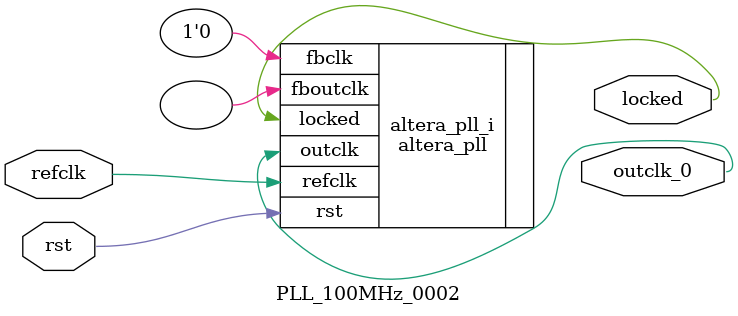
<source format=v>
`timescale 1ns/10ps
module  PLL_100MHz_0002(

	// interface 'refclk'
	input wire refclk,

	// interface 'reset'
	input wire rst,

	// interface 'outclk0'
	output wire outclk_0,

	// interface 'locked'
	output wire locked
);

	altera_pll #(
		.fractional_vco_multiplier("false"),
		.reference_clock_frequency("50.0 MHz"),
		.operation_mode("direct"),
		.number_of_clocks(1),
		.output_clock_frequency0("100.000000 MHz"),
		.phase_shift0("0 ps"),
		.duty_cycle0(50),
		.output_clock_frequency1("0 MHz"),
		.phase_shift1("0 ps"),
		.duty_cycle1(50),
		.output_clock_frequency2("0 MHz"),
		.phase_shift2("0 ps"),
		.duty_cycle2(50),
		.output_clock_frequency3("0 MHz"),
		.phase_shift3("0 ps"),
		.duty_cycle3(50),
		.output_clock_frequency4("0 MHz"),
		.phase_shift4("0 ps"),
		.duty_cycle4(50),
		.output_clock_frequency5("0 MHz"),
		.phase_shift5("0 ps"),
		.duty_cycle5(50),
		.output_clock_frequency6("0 MHz"),
		.phase_shift6("0 ps"),
		.duty_cycle6(50),
		.output_clock_frequency7("0 MHz"),
		.phase_shift7("0 ps"),
		.duty_cycle7(50),
		.output_clock_frequency8("0 MHz"),
		.phase_shift8("0 ps"),
		.duty_cycle8(50),
		.output_clock_frequency9("0 MHz"),
		.phase_shift9("0 ps"),
		.duty_cycle9(50),
		.output_clock_frequency10("0 MHz"),
		.phase_shift10("0 ps"),
		.duty_cycle10(50),
		.output_clock_frequency11("0 MHz"),
		.phase_shift11("0 ps"),
		.duty_cycle11(50),
		.output_clock_frequency12("0 MHz"),
		.phase_shift12("0 ps"),
		.duty_cycle12(50),
		.output_clock_frequency13("0 MHz"),
		.phase_shift13("0 ps"),
		.duty_cycle13(50),
		.output_clock_frequency14("0 MHz"),
		.phase_shift14("0 ps"),
		.duty_cycle14(50),
		.output_clock_frequency15("0 MHz"),
		.phase_shift15("0 ps"),
		.duty_cycle15(50),
		.output_clock_frequency16("0 MHz"),
		.phase_shift16("0 ps"),
		.duty_cycle16(50),
		.output_clock_frequency17("0 MHz"),
		.phase_shift17("0 ps"),
		.duty_cycle17(50),
		.pll_type("General"),
		.pll_subtype("General")
	) altera_pll_i (
		.rst	(rst),
		.outclk	({outclk_0}),
		.locked	(locked),
		.fboutclk	( ),
		.fbclk	(1'b0),
		.refclk	(refclk)
	);
endmodule


</source>
